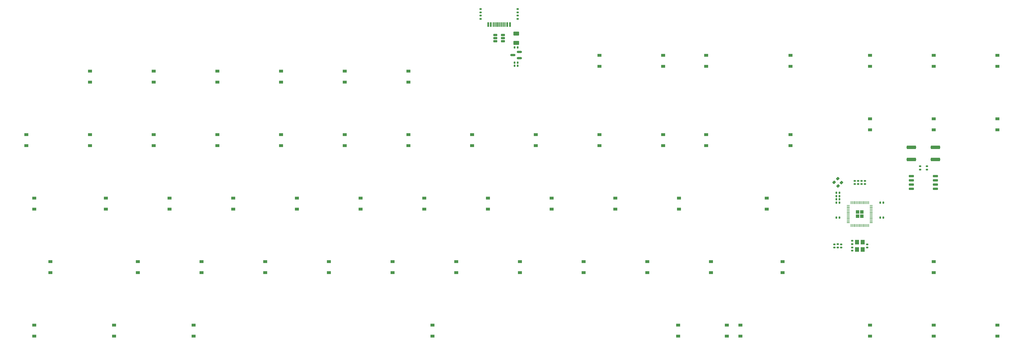
<source format=gbr>
%TF.GenerationSoftware,KiCad,Pcbnew,7.0.9*%
%TF.CreationDate,2024-01-10T17:03:39-08:00*%
%TF.ProjectId,40s-2040rmie,3430732d-3230-4343-9072-6d69652e6b69,rev?*%
%TF.SameCoordinates,Original*%
%TF.FileFunction,Paste,Bot*%
%TF.FilePolarity,Positive*%
%FSLAX46Y46*%
G04 Gerber Fmt 4.6, Leading zero omitted, Abs format (unit mm)*
G04 Created by KiCad (PCBNEW 7.0.9) date 2024-01-10 17:03:39*
%MOMM*%
%LPD*%
G01*
G04 APERTURE LIST*
G04 Aperture macros list*
%AMRoundRect*
0 Rectangle with rounded corners*
0 $1 Rounding radius*
0 $2 $3 $4 $5 $6 $7 $8 $9 X,Y pos of 4 corners*
0 Add a 4 corners polygon primitive as box body*
4,1,4,$2,$3,$4,$5,$6,$7,$8,$9,$2,$3,0*
0 Add four circle primitives for the rounded corners*
1,1,$1+$1,$2,$3*
1,1,$1+$1,$4,$5*
1,1,$1+$1,$6,$7*
1,1,$1+$1,$8,$9*
0 Add four rect primitives between the rounded corners*
20,1,$1+$1,$2,$3,$4,$5,0*
20,1,$1+$1,$4,$5,$6,$7,0*
20,1,$1+$1,$6,$7,$8,$9,0*
20,1,$1+$1,$8,$9,$2,$3,0*%
G04 Aperture macros list end*
%ADD10RoundRect,0.140000X-0.140000X-0.170000X0.140000X-0.170000X0.140000X0.170000X-0.140000X0.170000X0*%
%ADD11R,1.200000X0.900000*%
%ADD12RoundRect,0.135000X0.185000X-0.135000X0.185000X0.135000X-0.185000X0.135000X-0.185000X-0.135000X0*%
%ADD13RoundRect,0.140000X0.140000X0.170000X-0.140000X0.170000X-0.140000X-0.170000X0.140000X-0.170000X0*%
%ADD14RoundRect,0.200000X-0.335876X-0.053033X-0.053033X-0.335876X0.335876X0.053033X0.053033X0.335876X0*%
%ADD15RoundRect,0.135000X-0.185000X0.135000X-0.185000X-0.135000X0.185000X-0.135000X0.185000X0.135000X0*%
%ADD16R,1.200000X1.400000*%
%ADD17RoundRect,0.140000X0.170000X-0.140000X0.170000X0.140000X-0.170000X0.140000X-0.170000X-0.140000X0*%
%ADD18RoundRect,0.140000X-0.170000X0.140000X-0.170000X-0.140000X0.170000X-0.140000X0.170000X0.140000X0*%
%ADD19RoundRect,0.150000X0.587500X0.150000X-0.587500X0.150000X-0.587500X-0.150000X0.587500X-0.150000X0*%
%ADD20RoundRect,0.250000X0.625000X-0.375000X0.625000X0.375000X-0.625000X0.375000X-0.625000X-0.375000X0*%
%ADD21RoundRect,0.150000X0.650000X0.150000X-0.650000X0.150000X-0.650000X-0.150000X0.650000X-0.150000X0*%
%ADD22R,0.600000X1.450000*%
%ADD23R,0.300000X1.450000*%
%ADD24RoundRect,0.250000X0.292217X0.292217X-0.292217X0.292217X-0.292217X-0.292217X0.292217X-0.292217X0*%
%ADD25RoundRect,0.050000X0.387500X0.050000X-0.387500X0.050000X-0.387500X-0.050000X0.387500X-0.050000X0*%
%ADD26RoundRect,0.050000X0.050000X0.387500X-0.050000X0.387500X-0.050000X-0.387500X0.050000X-0.387500X0*%
%ADD27RoundRect,0.275000X-1.125000X-0.275000X1.125000X-0.275000X1.125000X0.275000X-1.125000X0.275000X0*%
%ADD28RoundRect,0.150000X-0.475000X-0.150000X0.475000X-0.150000X0.475000X0.150000X-0.475000X0.150000X0*%
G04 APERTURE END LIST*
D10*
%TO.C,C17*%
X258502500Y-39425000D03*
X259462500Y-39425000D03*
%TD*%
D11*
%TO.C,D57*%
X29290000Y-79500000D03*
X29290000Y-76200000D03*
%TD*%
%TO.C,D41*%
X198362500Y-41400000D03*
X198362500Y-38100000D03*
%TD*%
D12*
%TO.C,R4*%
X250162500Y-51859375D03*
X250162500Y-50839375D03*
%TD*%
D13*
%TO.C,C11*%
X246322500Y-37425000D03*
X245362500Y-37425000D03*
%TD*%
D11*
%TO.C,D46*%
X74537500Y-60450000D03*
X74537500Y-57150000D03*
%TD*%
%TO.C,D34*%
X65012500Y-41400000D03*
X65012500Y-38100000D03*
%TD*%
%TO.C,D3*%
X41200000Y-3300000D03*
X41200000Y0D03*
%TD*%
D14*
%TO.C,R2*%
X245789466Y-32223808D03*
X246956192Y-33390534D03*
%TD*%
D10*
%TO.C,C19*%
X258502500Y-43862500D03*
X259462500Y-43862500D03*
%TD*%
D15*
%TO.C,R9*%
X245842500Y-51877500D03*
X245842500Y-52897500D03*
%TD*%
D16*
%TO.C,Y1*%
X251562500Y-53487500D03*
X251562500Y-51287500D03*
X253262500Y-51287500D03*
X253262500Y-53487500D03*
%TD*%
D13*
%TO.C,C7*%
X246322500Y-36425000D03*
X245362500Y-36425000D03*
%TD*%
D11*
%TO.C,D12*%
X255512500Y1462500D03*
X255512500Y4762500D03*
%TD*%
%TO.C,D5*%
X79300000Y-3300000D03*
X79300000Y0D03*
%TD*%
%TO.C,D48*%
X112637500Y-60450000D03*
X112637500Y-57150000D03*
%TD*%
D17*
%TO.C,C2*%
X250162500Y-53829375D03*
X250162500Y-52869375D03*
%TD*%
D11*
%TO.C,D65*%
X216693750Y-79500000D03*
X216693750Y-76200000D03*
%TD*%
%TO.C,D26*%
X206450000Y-22350000D03*
X206450000Y-19050000D03*
%TD*%
%TO.C,D39*%
X160262500Y-41400000D03*
X160262500Y-38100000D03*
%TD*%
%TO.C,D49*%
X131687500Y-60450000D03*
X131687500Y-57150000D03*
%TD*%
%TO.C,D10*%
X206450000Y1462500D03*
X206450000Y4762500D03*
%TD*%
D17*
%TO.C,C8*%
X252912500Y-33817500D03*
X252912500Y-32857500D03*
%TD*%
D11*
%TO.C,D43*%
X10243750Y-60450000D03*
X10243750Y-57150000D03*
%TD*%
%TO.C,D16*%
X22150000Y-22350000D03*
X22150000Y-19050000D03*
%TD*%
D18*
%TO.C,C20*%
X246842500Y-51907500D03*
X246842500Y-52867500D03*
%TD*%
D11*
%TO.C,D54*%
X229318750Y-60450000D03*
X229318750Y-57150000D03*
%TD*%
%TO.C,D58*%
X53110000Y-79500000D03*
X53110000Y-76200000D03*
%TD*%
D19*
%TO.C,U4*%
X150535250Y5814500D03*
X150535250Y3914500D03*
X148660250Y4864500D03*
%TD*%
D11*
%TO.C,D33*%
X45962500Y-41400000D03*
X45962500Y-38100000D03*
%TD*%
%TO.C,D7*%
X117400000Y-3300000D03*
X117400000Y0D03*
%TD*%
D14*
%TO.C,R3*%
X244728807Y-33284467D03*
X245895533Y-34451193D03*
%TD*%
D11*
%TO.C,D11*%
X231700000Y1462500D03*
X231700000Y4762500D03*
%TD*%
D20*
%TO.C,F1*%
X149597750Y8544500D03*
X149597750Y11344500D03*
%TD*%
D11*
%TO.C,D47*%
X93587500Y-60450000D03*
X93587500Y-57150000D03*
%TD*%
%TO.C,D22*%
X136450000Y-22350000D03*
X136450000Y-19050000D03*
%TD*%
%TO.C,D30*%
X293612500Y-17587500D03*
X293612500Y-14287500D03*
%TD*%
%TO.C,D37*%
X122162500Y-41400000D03*
X122162500Y-38100000D03*
%TD*%
%TO.C,D42*%
X224556250Y-41400000D03*
X224556250Y-38100000D03*
%TD*%
D10*
%TO.C,C10*%
X149117750Y1614500D03*
X150077750Y1614500D03*
%TD*%
D11*
%TO.C,D9*%
X193600000Y1462500D03*
X193600000Y4762500D03*
%TD*%
D18*
%TO.C,C9*%
X244842500Y-51907500D03*
X244842500Y-52867500D03*
%TD*%
D11*
%TO.C,D24*%
X174550000Y-22350000D03*
X174550000Y-19050000D03*
%TD*%
D21*
%TO.C,U3*%
X275062500Y-31432500D03*
X275062500Y-32702500D03*
X275062500Y-33972500D03*
X275062500Y-35242500D03*
X267862500Y-35242500D03*
X267862500Y-33972500D03*
X267862500Y-32702500D03*
X267862500Y-31432500D03*
%TD*%
D11*
%TO.C,D4*%
X60250000Y-3300000D03*
X60250000Y0D03*
%TD*%
D17*
%TO.C,C13*%
X251912500Y-33817500D03*
X251912500Y-32857500D03*
%TD*%
D18*
%TO.C,C4*%
X270462500Y-28506000D03*
X270462500Y-29466000D03*
%TD*%
D15*
%TO.C,R7*%
X150077750Y18684500D03*
X150077750Y17664500D03*
%TD*%
%TO.C,R8*%
X272462500Y-28476000D03*
X272462500Y-29496000D03*
%TD*%
D22*
%TO.C,USB1*%
X141257750Y14044500D03*
X142057750Y14044500D03*
D23*
X143257750Y14044500D03*
X144257750Y14044500D03*
X144757750Y14044500D03*
X145757750Y14044500D03*
D22*
X146957750Y14044500D03*
X147757750Y14044500D03*
X147757750Y14044500D03*
X146957750Y14044500D03*
D23*
X146257750Y14044500D03*
X145257750Y14044500D03*
X143757750Y14044500D03*
X142757750Y14044500D03*
D22*
X142057750Y14044500D03*
X141257750Y14044500D03*
%TD*%
D11*
%TO.C,D25*%
X193600000Y-22350000D03*
X193600000Y-19050000D03*
%TD*%
%TO.C,D18*%
X60250000Y-22350000D03*
X60250000Y-19050000D03*
%TD*%
%TO.C,D55*%
X274562500Y-60450000D03*
X274562500Y-57150000D03*
%TD*%
%TO.C,D40*%
X179312500Y-41400000D03*
X179312500Y-38100000D03*
%TD*%
D18*
%TO.C,C3*%
X138937750Y18654500D03*
X138937750Y17694500D03*
%TD*%
D17*
%TO.C,C14*%
X253912500Y-33817500D03*
X253912500Y-32857500D03*
%TD*%
D11*
%TO.C,D66*%
X255512500Y-79500000D03*
X255512500Y-76200000D03*
%TD*%
%TO.C,D52*%
X188837500Y-60450000D03*
X188837500Y-57150000D03*
%TD*%
%TO.C,D13*%
X274562500Y1462500D03*
X274562500Y4762500D03*
%TD*%
%TO.C,D8*%
X174550000Y1462500D03*
X174550000Y4762500D03*
%TD*%
%TO.C,D17*%
X41200000Y-22350000D03*
X41200000Y-19050000D03*
%TD*%
%TO.C,D50*%
X150737500Y-60450000D03*
X150737500Y-57150000D03*
%TD*%
%TO.C,D59*%
X124540000Y-79500000D03*
X124540000Y-76200000D03*
%TD*%
%TO.C,D68*%
X293612500Y-79500000D03*
X293612500Y-76200000D03*
%TD*%
%TO.C,D28*%
X255512500Y-17587500D03*
X255512500Y-14287500D03*
%TD*%
%TO.C,D31*%
X5481250Y-41400000D03*
X5481250Y-38100000D03*
%TD*%
%TO.C,D14*%
X293612500Y1462500D03*
X293612500Y4762500D03*
%TD*%
D17*
%TO.C,C1*%
X254662500Y-52867500D03*
X254662500Y-51907500D03*
%TD*%
D24*
%TO.C,U1*%
X253050000Y-43500000D03*
X253050000Y-42225000D03*
X251775000Y-43500000D03*
X251775000Y-42225000D03*
D25*
X255850000Y-40262500D03*
X255850000Y-40662500D03*
X255850000Y-41062500D03*
X255850000Y-41462500D03*
X255850000Y-41862500D03*
X255850000Y-42262500D03*
X255850000Y-42662500D03*
X255850000Y-43062500D03*
X255850000Y-43462500D03*
X255850000Y-43862500D03*
X255850000Y-44262500D03*
X255850000Y-44662500D03*
X255850000Y-45062500D03*
X255850000Y-45462500D03*
D26*
X255012500Y-46300000D03*
X254612500Y-46300000D03*
X254212500Y-46300000D03*
X253812500Y-46300000D03*
X253412500Y-46300000D03*
X253012500Y-46300000D03*
X252612500Y-46300000D03*
X252212500Y-46300000D03*
X251812500Y-46300000D03*
X251412500Y-46300000D03*
X251012500Y-46300000D03*
X250612500Y-46300000D03*
X250212500Y-46300000D03*
X249812500Y-46300000D03*
D25*
X248975000Y-45462500D03*
X248975000Y-45062500D03*
X248975000Y-44662500D03*
X248975000Y-44262500D03*
X248975000Y-43862500D03*
X248975000Y-43462500D03*
X248975000Y-43062500D03*
X248975000Y-42662500D03*
X248975000Y-42262500D03*
X248975000Y-41862500D03*
X248975000Y-41462500D03*
X248975000Y-41062500D03*
X248975000Y-40662500D03*
X248975000Y-40262500D03*
D26*
X249812500Y-39425000D03*
X250212500Y-39425000D03*
X250612500Y-39425000D03*
X251012500Y-39425000D03*
X251412500Y-39425000D03*
X251812500Y-39425000D03*
X252212500Y-39425000D03*
X252612500Y-39425000D03*
X253012500Y-39425000D03*
X253412500Y-39425000D03*
X253812500Y-39425000D03*
X254212500Y-39425000D03*
X254612500Y-39425000D03*
X255012500Y-39425000D03*
%TD*%
D10*
%TO.C,C6*%
X149117750Y2614500D03*
X150077750Y2614500D03*
%TD*%
D11*
%TO.C,D53*%
X207887500Y-60450000D03*
X207887500Y-57150000D03*
%TD*%
%TO.C,D35*%
X84062500Y-41400000D03*
X84062500Y-38100000D03*
%TD*%
D12*
%TO.C,R6*%
X150077750Y15664500D03*
X150077750Y16684500D03*
%TD*%
D11*
%TO.C,D36*%
X103112500Y-41400000D03*
X103112500Y-38100000D03*
%TD*%
%TO.C,D6*%
X98350000Y-3300000D03*
X98350000Y0D03*
%TD*%
%TO.C,D45*%
X55487500Y-60450000D03*
X55487500Y-57150000D03*
%TD*%
D13*
%TO.C,C16*%
X246322500Y-39425000D03*
X245362500Y-39425000D03*
%TD*%
D11*
%TO.C,D2*%
X22150000Y-3300000D03*
X22150000Y0D03*
%TD*%
D27*
%TO.C,Reset1*%
X267862500Y-26494500D03*
X275062500Y-26494500D03*
X267862500Y-22794500D03*
X275062500Y-22794500D03*
%TD*%
D11*
%TO.C,D19*%
X79300000Y-22350000D03*
X79300000Y-19050000D03*
%TD*%
%TO.C,D51*%
X169787500Y-60450000D03*
X169787500Y-57150000D03*
%TD*%
%TO.C,D38*%
X141212500Y-41400000D03*
X141212500Y-38100000D03*
%TD*%
D12*
%TO.C,R5*%
X138937750Y15664500D03*
X138937750Y16684500D03*
%TD*%
D10*
%TO.C,C5*%
X149117750Y7114500D03*
X150077750Y7114500D03*
%TD*%
D13*
%TO.C,C15*%
X246322500Y-38425000D03*
X245362500Y-38425000D03*
%TD*%
D11*
%TO.C,D27*%
X231700000Y-22350000D03*
X231700000Y-19050000D03*
%TD*%
%TO.C,D32*%
X26912500Y-41400000D03*
X26912500Y-38100000D03*
%TD*%
%TO.C,D67*%
X274562500Y-79500000D03*
X274562500Y-76200000D03*
%TD*%
%TO.C,D23*%
X155500000Y-22350000D03*
X155500000Y-19050000D03*
%TD*%
%TO.C,D56*%
X5480000Y-79500000D03*
X5480000Y-76200000D03*
%TD*%
%TO.C,D20*%
X98350000Y-22350000D03*
X98350000Y-19050000D03*
%TD*%
D28*
%TO.C,U2*%
X143332750Y8994500D03*
X143332750Y9944500D03*
X143332750Y10894500D03*
X145682750Y10894500D03*
X145682750Y9944500D03*
X145682750Y8994500D03*
%TD*%
D11*
%TO.C,D15*%
X3100000Y-22350000D03*
X3100000Y-19050000D03*
%TD*%
D13*
%TO.C,C18*%
X246322500Y-43862500D03*
X245362500Y-43862500D03*
%TD*%
D11*
%TO.C,D44*%
X36437500Y-60450000D03*
X36437500Y-57150000D03*
%TD*%
%TO.C,D63*%
X198044450Y-79500000D03*
X198044450Y-76200000D03*
%TD*%
D17*
%TO.C,C12*%
X250912500Y-33817500D03*
X250912500Y-32857500D03*
%TD*%
D11*
%TO.C,D29*%
X274562500Y-17587500D03*
X274562500Y-14287500D03*
%TD*%
%TO.C,D64*%
X212650000Y-79500000D03*
X212650000Y-76200000D03*
%TD*%
%TO.C,D21*%
X117400000Y-22350000D03*
X117400000Y-19050000D03*
%TD*%
M02*

</source>
